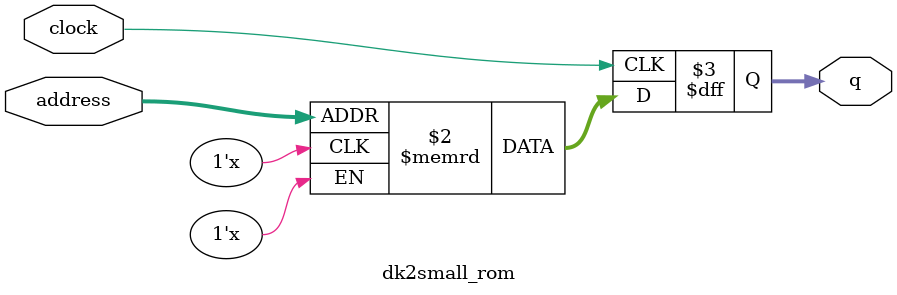
<source format=sv>
module dk2small_rom (
	input logic clock,
	input logic [12:0] address,
	output logic [11:0] q
);

logic [11:0] memory [0:5627] /* synthesis ram_init_file = "./dk2small/dk2small.COE" */;

always_ff @ (posedge clock) begin
	q <= memory[address];
end

endmodule

</source>
